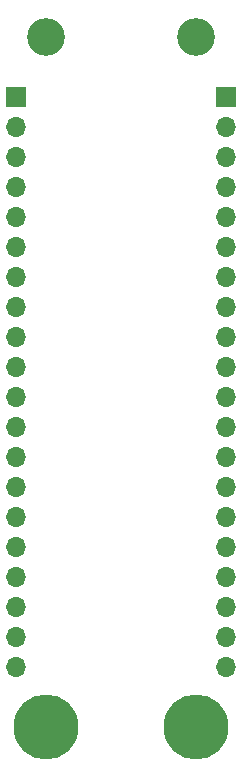
<source format=gbr>
%TF.GenerationSoftware,KiCad,Pcbnew,(6.0.9-0)*%
%TF.CreationDate,2024-01-20T14:21:35+01:00*%
%TF.ProjectId,pt-workshop,70742d77-6f72-46b7-9368-6f702e6b6963,rev?*%
%TF.SameCoordinates,Original*%
%TF.FileFunction,Soldermask,Bot*%
%TF.FilePolarity,Negative*%
%FSLAX46Y46*%
G04 Gerber Fmt 4.6, Leading zero omitted, Abs format (unit mm)*
G04 Created by KiCad (PCBNEW (6.0.9-0)) date 2024-01-20 14:21:35*
%MOMM*%
%LPD*%
G01*
G04 APERTURE LIST*
%ADD10C,5.500000*%
%ADD11C,3.200000*%
%ADD12R,1.700000X1.700000*%
%ADD13O,1.700000X1.700000*%
G04 APERTURE END LIST*
D10*
%TO.C,H103*%
X30480000Y-111760000D03*
%TD*%
D11*
%TO.C,H102*%
X30480000Y-53340000D03*
%TD*%
D10*
%TO.C,H101*%
X43180000Y-111760000D03*
%TD*%
D11*
%TO.C,H104*%
X43180000Y-53340000D03*
%TD*%
D12*
%TO.C,J103*%
X27940000Y-58420000D03*
D13*
X27940000Y-60960000D03*
X27940000Y-63500000D03*
X27940000Y-66040000D03*
X27940000Y-68580000D03*
X27940000Y-71120000D03*
X27940000Y-73660000D03*
X27940000Y-76200000D03*
X27940000Y-78740000D03*
X27940000Y-81280000D03*
X27940000Y-83820000D03*
X27940000Y-86360000D03*
X27940000Y-88900000D03*
X27940000Y-91440000D03*
X27940000Y-93980000D03*
X27940000Y-96520000D03*
X27940000Y-99060000D03*
X27940000Y-101600000D03*
X27940000Y-104140000D03*
X27940000Y-106680000D03*
%TD*%
D12*
%TO.C,J104*%
X45720000Y-58420000D03*
D13*
X45720000Y-60960000D03*
X45720000Y-63500000D03*
X45720000Y-66040000D03*
X45720000Y-68580000D03*
X45720000Y-71120000D03*
X45720000Y-73660000D03*
X45720000Y-76200000D03*
X45720000Y-78740000D03*
X45720000Y-81280000D03*
X45720000Y-83820000D03*
X45720000Y-86360000D03*
X45720000Y-88900000D03*
X45720000Y-91440000D03*
X45720000Y-93980000D03*
X45720000Y-96520000D03*
X45720000Y-99060000D03*
X45720000Y-101600000D03*
X45720000Y-104140000D03*
X45720000Y-106680000D03*
%TD*%
M02*

</source>
